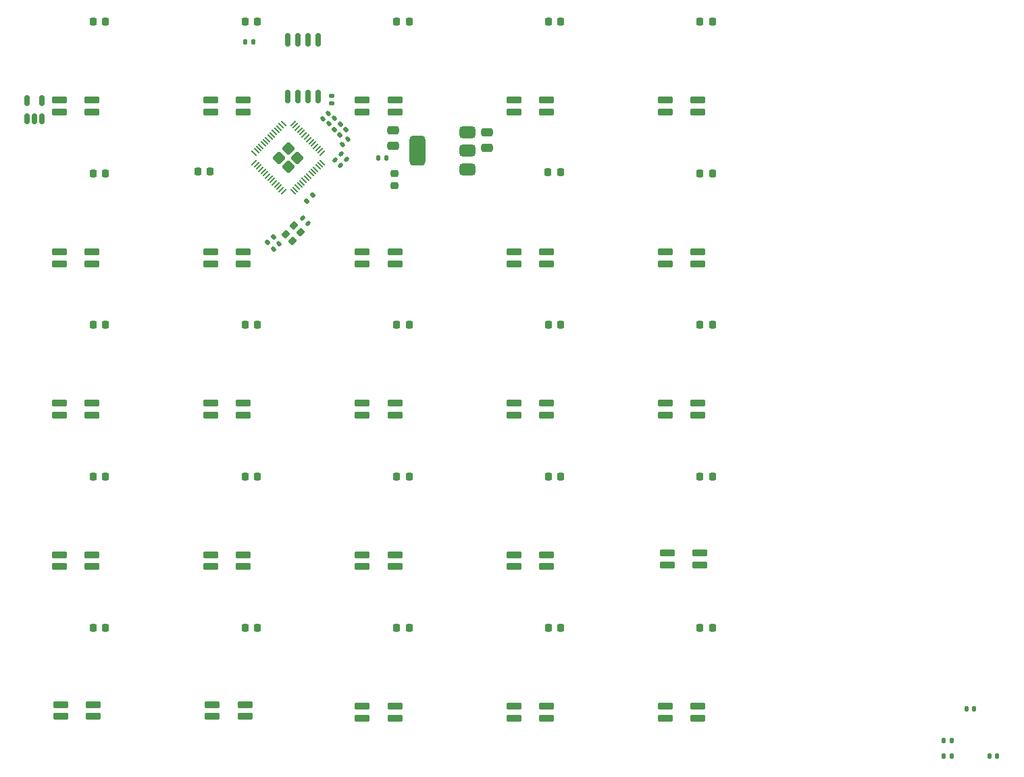
<source format=gbr>
%TF.GenerationSoftware,KiCad,Pcbnew,9.0.2*%
%TF.CreationDate,2026-01-24T20:07:03+01:00*%
%TF.ProjectId,Keymodule,4b65796d-6f64-4756-9c65-2e6b69636164,rev?*%
%TF.SameCoordinates,Original*%
%TF.FileFunction,Paste,Top*%
%TF.FilePolarity,Positive*%
%FSLAX46Y46*%
G04 Gerber Fmt 4.6, Leading zero omitted, Abs format (unit mm)*
G04 Created by KiCad (PCBNEW 9.0.2) date 2026-01-24 20:07:03*
%MOMM*%
%LPD*%
G01*
G04 APERTURE LIST*
G04 Aperture macros list*
%AMRoundRect*
0 Rectangle with rounded corners*
0 $1 Rounding radius*
0 $2 $3 $4 $5 $6 $7 $8 $9 X,Y pos of 4 corners*
0 Add a 4 corners polygon primitive as box body*
4,1,4,$2,$3,$4,$5,$6,$7,$8,$9,$2,$3,0*
0 Add four circle primitives for the rounded corners*
1,1,$1+$1,$2,$3*
1,1,$1+$1,$4,$5*
1,1,$1+$1,$6,$7*
1,1,$1+$1,$8,$9*
0 Add four rect primitives between the rounded corners*
20,1,$1+$1,$2,$3,$4,$5,0*
20,1,$1+$1,$4,$5,$6,$7,0*
20,1,$1+$1,$6,$7,$8,$9,0*
20,1,$1+$1,$8,$9,$2,$3,0*%
G04 Aperture macros list end*
%ADD10RoundRect,0.218750X-0.218750X-0.256250X0.218750X-0.256250X0.218750X0.256250X-0.218750X0.256250X0*%
%ADD11RoundRect,0.123000X-0.777000X-0.287000X0.777000X-0.287000X0.777000X0.287000X-0.777000X0.287000X0*%
%ADD12RoundRect,0.150000X0.150000X-0.512500X0.150000X0.512500X-0.150000X0.512500X-0.150000X-0.512500X0*%
%ADD13RoundRect,0.140000X0.219203X0.021213X0.021213X0.219203X-0.219203X-0.021213X-0.021213X-0.219203X0*%
%ADD14RoundRect,0.249999X-0.558616X0.000000X0.000000X-0.558616X0.558616X0.000000X0.000000X0.558616X0*%
%ADD15RoundRect,0.050000X-0.309359X0.238649X0.238649X-0.309359X0.309359X-0.238649X-0.238649X0.309359X0*%
%ADD16RoundRect,0.050000X-0.309359X-0.238649X-0.238649X-0.309359X0.309359X0.238649X0.238649X0.309359X0*%
%ADD17RoundRect,0.140000X0.021213X-0.219203X0.219203X-0.021213X-0.021213X0.219203X-0.219203X0.021213X0*%
%ADD18RoundRect,0.375000X0.625000X0.375000X-0.625000X0.375000X-0.625000X-0.375000X0.625000X-0.375000X0*%
%ADD19RoundRect,0.500000X0.500000X1.400000X-0.500000X1.400000X-0.500000X-1.400000X0.500000X-1.400000X0*%
%ADD20RoundRect,0.218750X-0.256250X0.218750X-0.256250X-0.218750X0.256250X-0.218750X0.256250X0.218750X0*%
%ADD21RoundRect,0.140000X-0.021213X0.219203X-0.219203X0.021213X0.021213X-0.219203X0.219203X-0.021213X0*%
%ADD22RoundRect,0.162500X-0.162500X0.650000X-0.162500X-0.650000X0.162500X-0.650000X0.162500X0.650000X0*%
%ADD23RoundRect,0.135000X-0.135000X-0.185000X0.135000X-0.185000X0.135000X0.185000X-0.135000X0.185000X0*%
%ADD24RoundRect,0.140000X-0.140000X-0.170000X0.140000X-0.170000X0.140000X0.170000X-0.140000X0.170000X0*%
%ADD25RoundRect,0.135000X0.035355X-0.226274X0.226274X-0.035355X-0.035355X0.226274X-0.226274X0.035355X0*%
%ADD26RoundRect,0.140000X-0.219203X-0.021213X-0.021213X-0.219203X0.219203X0.021213X0.021213X0.219203X0*%
%ADD27RoundRect,0.218750X0.218750X0.256250X-0.218750X0.256250X-0.218750X-0.256250X0.218750X-0.256250X0*%
%ADD28RoundRect,0.250000X0.475000X-0.250000X0.475000X0.250000X-0.475000X0.250000X-0.475000X-0.250000X0*%
%ADD29RoundRect,0.200000X-0.035355X-0.318198X0.318198X0.035355X0.035355X0.318198X-0.318198X-0.035355X0*%
%ADD30RoundRect,0.140000X0.170000X-0.140000X0.170000X0.140000X-0.170000X0.140000X-0.170000X-0.140000X0*%
%ADD31RoundRect,0.250000X-0.475000X0.250000X-0.475000X-0.250000X0.475000X-0.250000X0.475000X0.250000X0*%
G04 APERTURE END LIST*
D10*
%TO.C,D16*%
X102262500Y-113120000D03*
X103837500Y-113120000D03*
%TD*%
D11*
%TO.C,L3*%
X102040000Y-65950000D03*
X102040000Y-67450000D03*
X97960000Y-67450000D03*
X97960000Y-65950000D03*
%TD*%
D10*
%TO.C,D17*%
X102262500Y-132120000D03*
X103837500Y-132120000D03*
%TD*%
D12*
%TO.C,U2*%
X55900000Y-68300000D03*
X56850000Y-68300000D03*
X57800000Y-68300000D03*
X57800000Y-66025000D03*
X55900000Y-66025000D03*
%TD*%
D13*
%TO.C,C13*%
X91165757Y-81393827D03*
X90486935Y-80715005D03*
%TD*%
D10*
%TO.C,D21*%
X83262500Y-113120000D03*
X84837500Y-113120000D03*
%TD*%
D11*
%TO.C,L11*%
X64040000Y-103950000D03*
X64040000Y-105450000D03*
X59960000Y-105450000D03*
X59960000Y-103950000D03*
%TD*%
D14*
%TO.C,U1*%
X88679371Y-72023573D03*
X87548000Y-73154944D03*
X89810742Y-73154944D03*
X88679371Y-74286315D03*
D15*
X88087169Y-68885787D03*
X87804326Y-69168630D03*
X87521484Y-69451472D03*
X87238641Y-69734315D03*
X86955798Y-70017158D03*
X86672956Y-70300000D03*
X86390113Y-70582843D03*
X86107270Y-70865686D03*
X85824427Y-71148529D03*
X85541585Y-71431371D03*
X85258742Y-71714214D03*
X84975899Y-71997057D03*
X84693057Y-72279899D03*
X84410214Y-72562742D03*
D16*
X84410214Y-73747146D03*
X84693057Y-74029989D03*
X84975899Y-74312831D03*
X85258742Y-74595674D03*
X85541585Y-74878517D03*
X85824427Y-75161359D03*
X86107270Y-75444202D03*
X86390113Y-75727045D03*
X86672956Y-76009888D03*
X86955798Y-76292730D03*
X87238641Y-76575573D03*
X87521484Y-76858416D03*
X87804326Y-77141258D03*
X88087169Y-77424101D03*
D15*
X89271573Y-77424101D03*
X89554416Y-77141258D03*
X89837258Y-76858416D03*
X90120101Y-76575573D03*
X90402944Y-76292730D03*
X90685786Y-76009888D03*
X90968629Y-75727045D03*
X91251472Y-75444202D03*
X91534315Y-75161359D03*
X91817157Y-74878517D03*
X92100000Y-74595674D03*
X92382843Y-74312831D03*
X92665685Y-74029989D03*
X92948528Y-73747146D03*
D16*
X92948528Y-72562742D03*
X92665685Y-72279899D03*
X92382843Y-71997057D03*
X92100000Y-71714214D03*
X91817157Y-71431371D03*
X91534315Y-71148529D03*
X91251472Y-70865686D03*
X90968629Y-70582843D03*
X90685786Y-70300000D03*
X90402944Y-70017158D03*
X90120101Y-69734315D03*
X89837258Y-69451472D03*
X89554416Y-69168630D03*
X89271573Y-68885787D03*
%TD*%
D10*
%TO.C,D26*%
X64212500Y-113120000D03*
X65787500Y-113120000D03*
%TD*%
D17*
%TO.C,C11*%
X93000549Y-68302396D03*
X93679371Y-67623574D03*
%TD*%
D11*
%TO.C,L19*%
X121040000Y-122950000D03*
X121040000Y-124450000D03*
X116960000Y-124450000D03*
X116960000Y-122950000D03*
%TD*%
D10*
%TO.C,D13*%
X102262500Y-56120000D03*
X103837500Y-56120000D03*
%TD*%
%TO.C,D5*%
X140262500Y-94120000D03*
X141837500Y-94120000D03*
%TD*%
%TO.C,D7*%
X140262500Y-132120000D03*
X141837500Y-132120000D03*
%TD*%
D18*
%TO.C,U3*%
X111150000Y-74600000D03*
X111150000Y-72300000D03*
D19*
X104850000Y-72300000D03*
D18*
X111150000Y-70000000D03*
%TD*%
D11*
%TO.C,L7*%
X83040000Y-84950000D03*
X83040000Y-86450000D03*
X78960000Y-86450000D03*
X78960000Y-84950000D03*
%TD*%
%TO.C,L24*%
X121040000Y-141950000D03*
X121040000Y-143450000D03*
X116960000Y-143450000D03*
X116960000Y-141950000D03*
%TD*%
D10*
%TO.C,D20*%
X83262500Y-94120000D03*
X84837500Y-94120000D03*
%TD*%
D11*
%TO.C,L14*%
X121040000Y-103950000D03*
X121040000Y-105450000D03*
X116960000Y-105450000D03*
X116960000Y-103950000D03*
%TD*%
%TO.C,L20*%
X140240000Y-122750000D03*
X140240000Y-124250000D03*
X136160000Y-124250000D03*
X136160000Y-122750000D03*
%TD*%
D20*
%TO.C,D14*%
X102000000Y-75125000D03*
X102000000Y-76700000D03*
%TD*%
D10*
%TO.C,D3*%
X140262500Y-56120000D03*
X141837500Y-56120000D03*
%TD*%
D11*
%TO.C,L13*%
X102040000Y-103950000D03*
X102040000Y-105450000D03*
X97960000Y-105450000D03*
X97960000Y-103950000D03*
%TD*%
%TO.C,L15*%
X140040000Y-103950000D03*
X140040000Y-105450000D03*
X135960000Y-105450000D03*
X135960000Y-103950000D03*
%TD*%
%TO.C,L4*%
X121040000Y-65950000D03*
X121040000Y-67450000D03*
X116960000Y-67450000D03*
X116960000Y-65950000D03*
%TD*%
D21*
%TO.C,C12*%
X96179371Y-70823574D03*
X95500549Y-71502396D03*
%TD*%
D11*
%TO.C,L18*%
X102040000Y-122950000D03*
X102040000Y-124450000D03*
X97960000Y-124450000D03*
X97960000Y-122950000D03*
%TD*%
D10*
%TO.C,D15*%
X102262500Y-94120000D03*
X103837500Y-94120000D03*
%TD*%
D11*
%TO.C,L8*%
X102040000Y-84950000D03*
X102040000Y-86450000D03*
X97960000Y-86450000D03*
X97960000Y-84950000D03*
%TD*%
%TO.C,L17*%
X83040000Y-122950000D03*
X83040000Y-124450000D03*
X78960000Y-124450000D03*
X78960000Y-122950000D03*
%TD*%
D22*
%TO.C,U4*%
X92410304Y-58338224D03*
X91140304Y-58338224D03*
X89870304Y-58338224D03*
X88600304Y-58338224D03*
X88600304Y-65513224D03*
X89870304Y-65513224D03*
X91140304Y-65513224D03*
X92410304Y-65513224D03*
%TD*%
D23*
%TO.C,R3*%
X99980000Y-73200000D03*
X101000000Y-73200000D03*
%TD*%
D11*
%TO.C,L22*%
X83240000Y-141750000D03*
X83240000Y-143250000D03*
X79160000Y-143250000D03*
X79160000Y-141750000D03*
%TD*%
D10*
%TO.C,D22*%
X83262500Y-132120000D03*
X84837500Y-132120000D03*
%TD*%
D24*
%TO.C,C8*%
X173710000Y-142290000D03*
X174670000Y-142290000D03*
%TD*%
D10*
%TO.C,D10*%
X121262500Y-94120000D03*
X122837500Y-94120000D03*
%TD*%
D25*
%TO.C,R6*%
X94458123Y-69644821D03*
X95179371Y-68923573D03*
%TD*%
D10*
%TO.C,D25*%
X64212500Y-94120000D03*
X65787500Y-94120000D03*
%TD*%
D24*
%TO.C,C15*%
X176580000Y-148200000D03*
X177540000Y-148200000D03*
%TD*%
D10*
%TO.C,D23*%
X64212500Y-56120000D03*
X65787500Y-56120000D03*
%TD*%
D11*
%TO.C,L10*%
X140040000Y-84950000D03*
X140040000Y-86450000D03*
X135960000Y-86450000D03*
X135960000Y-84950000D03*
%TD*%
%TO.C,L21*%
X64240000Y-141750000D03*
X64240000Y-143250000D03*
X60160000Y-143250000D03*
X60160000Y-141750000D03*
%TD*%
D10*
%TO.C,D50*%
X64212500Y-132120000D03*
X65787500Y-132120000D03*
%TD*%
%TO.C,D18*%
X83262500Y-56120000D03*
X84837500Y-56120000D03*
%TD*%
D26*
%TO.C,C4*%
X94500549Y-73444752D03*
X95179371Y-74123574D03*
%TD*%
D10*
%TO.C,D11*%
X121262500Y-113120000D03*
X122837500Y-113120000D03*
%TD*%
%TO.C,D4*%
X140262500Y-75120000D03*
X141837500Y-75120000D03*
%TD*%
D11*
%TO.C,L23*%
X102040000Y-141950000D03*
X102040000Y-143450000D03*
X97960000Y-143450000D03*
X97960000Y-141950000D03*
%TD*%
D26*
%TO.C,C9*%
X95300549Y-72644751D03*
X95979371Y-73323573D03*
%TD*%
D27*
%TO.C,D19*%
X78900000Y-74900000D03*
X77325000Y-74900000D03*
%TD*%
D17*
%TO.C,C5*%
X93800549Y-68902396D03*
X94479371Y-68223574D03*
%TD*%
D23*
%TO.C,R2*%
X83290000Y-58600000D03*
X84310000Y-58600000D03*
%TD*%
D11*
%TO.C,L9*%
X121040000Y-84950000D03*
X121040000Y-86450000D03*
X116960000Y-86450000D03*
X116960000Y-84950000D03*
%TD*%
D28*
%TO.C,C1*%
X113600000Y-71900000D03*
X113600000Y-70000000D03*
%TD*%
D25*
%TO.C,R4*%
X91000000Y-78600000D03*
X91721248Y-77878752D03*
%TD*%
D29*
%TO.C,Y1*%
X89200000Y-83600000D03*
X90260660Y-82539340D03*
X89412132Y-81690812D03*
X88351472Y-82751472D03*
%TD*%
D21*
%TO.C,C14*%
X87545370Y-83911128D03*
X86866548Y-84589950D03*
%TD*%
D10*
%TO.C,D6*%
X140262500Y-113120000D03*
X141837500Y-113120000D03*
%TD*%
D11*
%TO.C,L6*%
X64040000Y-84950000D03*
X64040000Y-86450000D03*
X59960000Y-86450000D03*
X59960000Y-84950000D03*
%TD*%
D25*
%TO.C,R5*%
X86088731Y-83812132D03*
X86809979Y-83090884D03*
%TD*%
D11*
%TO.C,L5*%
X140040000Y-65950000D03*
X140040000Y-67450000D03*
X135960000Y-67450000D03*
X135960000Y-65950000D03*
%TD*%
D30*
%TO.C,C10*%
X94150000Y-66350000D03*
X94150000Y-65390000D03*
%TD*%
D24*
%TO.C,C6*%
X170840000Y-146230000D03*
X171800000Y-146230000D03*
%TD*%
D31*
%TO.C,C2*%
X101850000Y-69750000D03*
X101850000Y-71650000D03*
%TD*%
D11*
%TO.C,L2*%
X83040000Y-65950000D03*
X83040000Y-67450000D03*
X78960000Y-67450000D03*
X78960000Y-65950000D03*
%TD*%
D10*
%TO.C,D12*%
X121262500Y-132120000D03*
X122837500Y-132120000D03*
%TD*%
%TO.C,D9*%
X121200000Y-75000000D03*
X122775000Y-75000000D03*
%TD*%
%TO.C,D8*%
X121262500Y-56120000D03*
X122837500Y-56120000D03*
%TD*%
D25*
%TO.C,R7*%
X95158123Y-70323574D03*
X95879371Y-69602326D03*
%TD*%
D11*
%TO.C,L12*%
X83040000Y-103950000D03*
X83040000Y-105450000D03*
X78960000Y-105450000D03*
X78960000Y-103950000D03*
%TD*%
D10*
%TO.C,D24*%
X64212500Y-75120000D03*
X65787500Y-75120000D03*
%TD*%
D24*
%TO.C,C7*%
X170840000Y-148200000D03*
X171800000Y-148200000D03*
%TD*%
D11*
%TO.C,L1*%
X64040000Y-65950000D03*
X64040000Y-67450000D03*
X59960000Y-67450000D03*
X59960000Y-65950000D03*
%TD*%
%TO.C,L16*%
X64040000Y-122950000D03*
X64040000Y-124450000D03*
X59960000Y-124450000D03*
X59960000Y-122950000D03*
%TD*%
%TO.C,L25*%
X140040000Y-141950000D03*
X140040000Y-143450000D03*
X135960000Y-143450000D03*
X135960000Y-141950000D03*
%TD*%
M02*

</source>
